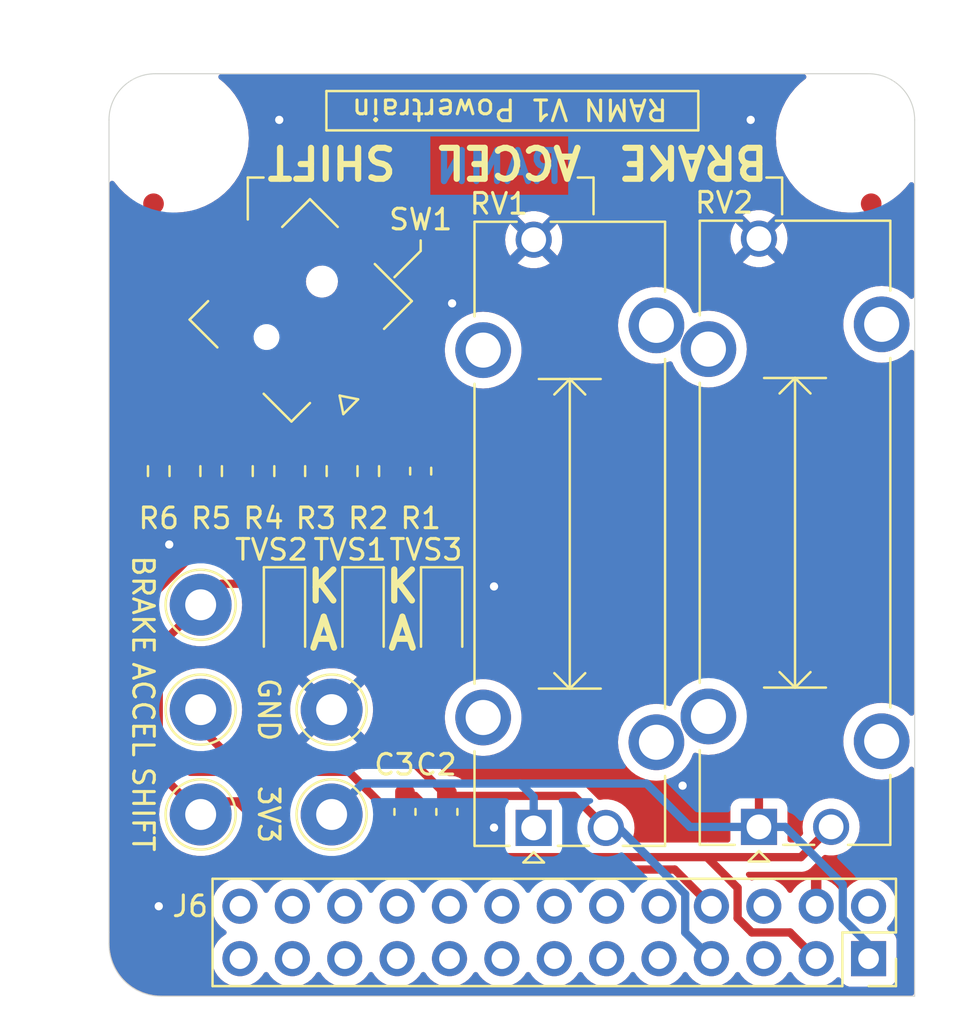
<source format=kicad_pcb>
(kicad_pcb (version 20221018) (generator pcbnew)
  (layers (0 "F.Cu" signal) (31 "B.Cu" signal) (34 "B.Paste" user) (35 "F.Paste" user) (36 "B.SilkS" user "B.Silkscreen") (37 "F.SilkS" user "F.Silkscreen") (38 "B.Mask" user) (39 "F.Mask" user) (44 "Edge.Cuts" user))
  (net 0 "")
  (net 1 "GND")
  (net 2 "/3V3_ECU")
  (net 3 "Accel")
  (net 4 "Brake")
  (net 5 "JOYSTICK")
  (net 6 "Net-(R2-Pad2)")
  (net 7 "Net-(R3-Pad2)")
  (net 8 "Net-(R4-Pad2)")
  (net 9 "Net-(R5-Pad2)")
  (net 10 "+5V")
  (net 11 "Net-(J6-Pad26)")
  (net 12 "Net-(J6-Pad25)")
  (net 13 "Net-(J6-Pad24)")
  (net 14 "Net-(J6-Pad23)")
  (net 15 "Net-(J6-Pad22)")
  (net 16 "Net-(J6-Pad21)")
  (net 17 "Net-(J6-Pad20)")
  (net 18 "Net-(J6-Pad19)")
  (net 19 "Net-(J6-Pad18)")
  (net 20 "Net-(J6-Pad17)")
  (net 21 "Net-(J6-Pad16)")
  (net 22 "Net-(J6-Pad15)")
  (net 23 "Net-(J6-Pad14)")
  (net 24 "Net-(J6-Pad13)")
  (net 25 "Net-(J6-Pad12)")
  (net 26 "Net-(J6-Pad11)")
  (net 27 "Net-(J6-Pad10)")
  (net 28 "Net-(J6-Pad9)")
  (net 29 "Net-(J6-Pad6)")
  (net 30 "Net-(J6-Pad5)")
  (footprint "Potentiometer_THT:Potentiometer_Bourns_PTA1543_Single_Slide" (layer "F.Cu") (at 63.9 57.116 90)
    (fp_text reference "RV2" (at 30.242 -1.688 180) (layer "F.SilkS"))
    (fp_text value "R_POT_TRIM_US")
    (fp_line (start -1.675 -0.5) (end -1.675 0.5) (stroke (width 0.12)) (layer "F.SilkS"))
    (fp_line (start -1.675 0.5) (end -1.175 0) (stroke (width 0.12)) (layer "F.SilkS"))
    (fp_line (start -1.175 0) (end -1.675 -0.5) (stroke (width 0.12)) (layer "F.SilkS"))
    (fp_line (start -0.87 -2.87) (end -0.87 -1.175) (stroke (width 0.12)) (layer "F.SilkS"))
    (fp_line (start -0.87 -2.87) (end 3.715 -2.87) (stroke (width 0.12)) (layer "F.SilkS"))
    (fp_line (start -0.87 1.175) (end -0.87 2.678) (stroke (width 0.12)) (layer "F.SilkS"))
    (fp_line (start -0.87 4.323) (end -0.87 6.37) (stroke (width 0.12)) (layer "F.SilkS"))
    (fp_line (start -0.87 6.37) (end 2.515 6.37) (stroke (width 0.12)) (layer "F.SilkS"))
    (fp_line (start 5.786 6.37) (end 22.715 6.37) (stroke (width 0.12)) (layer "F.SilkS"))
    (fp_line (start 6.75 0.25) (end 6.75 3.25) (stroke (width 0.12)) (layer "F.SilkS"))
    (fp_line (start 6.75 1.75) (end 7.5 2.5) (stroke (width 0.12)) (layer "F.SilkS"))
    (fp_line (start 6.75 1.75) (end 21.75 1.75) (stroke (width 0.12)) (layer "F.SilkS"))
    (fp_line (start 6.986 -2.87) (end 21.515 -2.87) (stroke (width 0.12)) (layer "F.SilkS"))
    (fp_line (start 7.5 1) (end 6.75 1.75) (stroke (width 0.12)) (layer "F.SilkS"))
    (fp_line (start 21 1) (end 21.75 1.75) (stroke (width 0.12)) (layer "F.SilkS"))
    (fp_line (start 21.75 0.25) (end 21.75 3.25) (stroke (width 0.12)) (layer "F.SilkS"))
    (fp_line (start 21.75 1.75) (end 21 2.5) (stroke (width 0.12)) (layer "F.SilkS"))
    (fp_line (start 24.786 -2.87) (end 29.37 -2.87) (stroke (width 0.12)) (layer "F.SilkS"))
    (fp_line (start 25.986 6.37) (end 29.37 6.37) (stroke (width 0.12)) (layer "F.SilkS"))
    (fp_line (start 29.37 -2.87) (end 29.37 -0.823) (stroke (width 0.12)) (layer "F.SilkS"))
    (fp_line (start 29.37 0.823) (end 29.37 6.37) (stroke (width 0.12)) (layer "F.SilkS"))
    (pad "1" thru_hole rect (at 0 0 90) (size 1.75 1.75) (drill 1.2) (layers "*.Cu" "*.Mask") (net 2 "/3V3_ECU"))
    (pad "2" thru_hole circle (at 0 3.5 90) (size 1.75 1.75) (drill 1.2) (layers "*.Cu" "*.Mask") (net 4 "Brake"))
    (pad "3" thru_hole circle (at 28.5 0 90) (size 1.75 1.75) (drill 1.2) (layers "*.Cu" "*.Mask") (net 1 "GND"))
    (pad "MP" thru_hole circle (at 4.15 5.95 90) (size 2.7 2.7) (drill 1.7) (layers "*.Cu" "*.Mask"))
    (pad "MP" thru_hole circle (at 5.35 -2.45 90) (size 2.7 2.7) (drill 1.7) (layers "*.Cu" "*.Mask"))
    (pad "MP" thru_hole circle (at 23.15 -2.45 90) (size 2.7 2.7) (drill 1.7) (layers "*.Cu" "*.Mask"))
    (pad "MP" thru_hole circle (at 24.35 5.95 90) (size 2.7 2.7) (drill 1.7) (layers "*.Cu" "*.Mask"))
  )
  (footprint "TestPoint:TestPoint_Loop_D2.54mm_Drill1.5mm_Beaded" (layer "F.Cu") (at 43.18 56.515 -90)
    (fp_text reference "3V3" (at 0 3.048 270 unlocked) (layer "F.SilkS"))
    (fp_text value "TestPoint")
    (fp_circle (center 0 0) (end 1.7 0) (stroke (width 0.12)) (fill none) (layer "F.SilkS"))
    (pad "1" thru_hole circle (at 0 0 270) (size 3 3) (drill 1.5) (layers "*.Cu" "*.Mask") (net 2 "/3V3_ECU"))
  )
  (footprint "TestPoint:TestPoint_Loop_D2.54mm_Drill1.5mm_Beaded" (layer "F.Cu") (at 36.83 51.435 -90)
    (fp_text reference "ACCEL" (at 0 2.794 270 unlocked) (layer "F.SilkS"))
    (fp_text value "TestPoint")
    (fp_circle (center 0 0) (end 1.7 0) (stroke (width 0.12)) (fill none) (layer "F.SilkS"))
    (pad "1" thru_hole circle (at 0 0 270) (size 3 3) (drill 1.5) (layers "*.Cu" "*.Mask") (net 3 "Accel"))
  )
  (footprint "TestPoint:TestPoint_Loop_D2.54mm_Drill1.5mm_Beaded" (layer "F.Cu") (at 36.83 56.515 -90)
    (fp_text reference "SHIFT" (at -0.254 2.794 270 unlocked) (layer "F.SilkS"))
    (fp_text value "TestPoint")
    (fp_circle (center 0 0) (end 1.7 0) (stroke (width 0.12)) (fill none) (layer "F.SilkS"))
    (pad "1" thru_hole circle (at 0 0 270) (size 3 3) (drill 1.5) (layers "*.Cu" "*.Mask") (net 5 "JOYSTICK"))
  )
  (footprint "TestPoint:TestPoint_Loop_D2.54mm_Drill1.5mm_Beaded" (layer "F.Cu") (at 36.83 46.355 -90)
    (fp_text reference "BRAKE" (at 0 2.794 270 unlocked) (layer "F.SilkS"))
    (fp_text value "TestPoint")
    (fp_circle (center 0 0) (end 1.7 0) (stroke (width 0.12)) (fill none) (layer "F.SilkS"))
    (pad "1" thru_hole circle (at 0 0 270) (size 3 3) (drill 1.5) (layers "*.Cu" "*.Mask") (net 4 "Brake"))
  )
  (footprint "Resistor_SMD:R_0603_1608Metric" (layer "F.Cu") (at 37.338 39.878 90)
    (fp_text reference "R5" (at -2.286 0 180) (layer "F.SilkS"))
    (fp_text value "10k")
    (fp_line (start -0.237258 -0.5225) (end 0.237258 -0.5225) (stroke (width 0.12)) (layer "F.SilkS"))
    (fp_line (start -0.237258 0.5225) (end 0.237258 0.5225) (stroke (width 0.12)) (layer "F.SilkS"))
    (pad "1" smd roundrect (at -0.825 0 90) (size 0.8 0.95) (layers "F.Cu" "F.Paste" "F.Mask") (net 8 "Net-(R4-Pad2)"))
    (pad "2" smd roundrect (at 0.825 0 90) (size 0.8 0.95) (layers "F.Cu" "F.Paste" "F.Mask") (net 9 "Net-(R5-Pad2)"))
  )
  (footprint "Resistor_SMD:R_0603_1608Metric" (layer "F.Cu") (at 44.958 39.878 -90)
    (fp_text reference "R2" (at 2.286 0) (layer "F.SilkS"))
    (fp_text value "10k")
    (fp_line (start -0.237258 -0.5225) (end 0.237258 -0.5225) (stroke (width 0.12)) (layer "F.SilkS"))
    (fp_line (start -0.237258 0.5225) (end 0.237258 0.5225) (stroke (width 0.12)) (layer "F.SilkS"))
    (pad "1" smd roundrect (at -0.825 0 270) (size 0.8 0.95) (layers "F.Cu" "F.Paste" "F.Mask") (net 5 "JOYSTICK"))
    (pad "2" smd roundrect (at 0.825 0 270) (size 0.8 0.95) (layers "F.Cu" "F.Paste" "F.Mask") (net 6 "Net-(R2-Pad2)"))
  )
  (footprint "Resistor_SMD:R_0603_1608Metric" (layer "F.Cu") (at 34.798 39.878 -90)
    (fp_text reference "R6" (at 2.286 0) (layer "F.SilkS"))
    (fp_text value "10k")
    (fp_line (start -0.237258 -0.5225) (end 0.237258 -0.5225) (stroke (width 0.12)) (layer "F.SilkS"))
    (fp_line (start -0.237258 0.5225) (end 0.237258 0.5225) (stroke (width 0.12)) (layer "F.SilkS"))
    (pad "1" smd roundrect (at -0.825 0 270) (size 0.8 0.95) (layers "F.Cu" "F.Paste" "F.Mask") (net 9 "Net-(R5-Pad2)"))
    (pad "2" smd roundrect (at 0.825 0 270) (size 0.8 0.95) (layers "F.Cu" "F.Paste" "F.Mask") (net 1 "GND"))
  )
  (footprint "Resistor_SMD:R_0603_1608Metric" (layer "F.Cu") (at 39.878 39.878 90)
    (fp_text reference "R4" (at -2.286 0 180) (layer "F.SilkS"))
    (fp_text value "10k")
    (fp_line (start -0.237258 -0.5225) (end 0.237258 -0.5225) (stroke (width 0.12)) (layer "F.SilkS"))
    (fp_line (start -0.237258 0.5225) (end 0.237258 0.5225) (stroke (width 0.12)) (layer "F.SilkS"))
    (pad "1" smd roundrect (at -0.825 0 90) (size 0.8 0.95) (layers "F.Cu" "F.Paste" "F.Mask") (net 7 "Net-(R3-Pad2)"))
    (pad "2" smd roundrect (at 0.825 0 90) (size 0.8 0.95) (layers "F.Cu" "F.Paste" "F.Mask") (net 8 "Net-(R4-Pad2)"))
  )
  (footprint "Resistor_SMD:R_0603_1608Metric" (layer "F.Cu") (at 42.418 39.878 -90)
    (fp_text reference "R3" (at 2.286 0) (layer "F.SilkS"))
    (fp_text value "10k")
    (fp_line (start -0.237258 -0.5225) (end 0.237258 -0.5225) (stroke (width 0.12)) (layer "F.SilkS"))
    (fp_line (start -0.237258 0.5225) (end 0.237258 0.5225) (stroke (width 0.12)) (layer "F.SilkS"))
    (pad "1" smd roundrect (at -0.825 0 270) (size 0.8 0.95) (layers "F.Cu" "F.Paste" "F.Mask") (net 6 "Net-(R2-Pad2)"))
    (pad "2" smd roundrect (at 0.825 0 270) (size 0.8 0.95) (layers "F.Cu" "F.Paste" "F.Mask") (net 7 "Net-(R3-Pad2)"))
  )
  (footprint "Potentiometer_THT:Potentiometer_Bourns_PTA1543_Single_Slide" (layer "F.Cu") (at 52.978 57.166 90)
    (fp_text reference "RV1" (at 30.242 -1.688) (layer "F.SilkS"))
    (fp_text value "R_POT_TRIM_US")
    (fp_line (start -1.675 -0.5) (end -1.675 0.5) (stroke (width 0.12)) (layer "F.SilkS"))
    (fp_line (start -1.675 0.5) (end -1.175 0) (stroke (width 0.12)) (layer "F.SilkS"))
    (fp_line (start -1.175 0) (end -1.675 -0.5) (stroke (width 0.12)) (layer "F.SilkS"))
    (fp_line (start -0.87 -2.87) (end -0.87 -1.175) (stroke (width 0.12)) (layer "F.SilkS"))
    (fp_line (start -0.87 -2.87) (end 3.715 -2.87) (stroke (width 0.12)) (layer "F.SilkS"))
    (fp_line (start -0.87 1.175) (end -0.87 2.678) (stroke (width 0.12)) (layer "F.SilkS"))
    (fp_line (start -0.87 4.323) (end -0.87 6.37) (stroke (width 0.12)) (layer "F.SilkS"))
    (fp_line (start -0.87 6.37) (end 2.515 6.37) (stroke (width 0.12)) (layer "F.SilkS"))
    (fp_line (start 5.786 6.37) (end 22.715 6.37) (stroke (width 0.12)) (layer "F.SilkS"))
    (fp_line (start 6.75 0.25) (end 6.75 3.25) (stroke (width 0.12)) (layer "F.SilkS"))
    (fp_line (start 6.75 1.75) (end 7.5 2.5) (stroke (width 0.12)) (layer "F.SilkS"))
    (fp_line (start 6.75 1.75) (end 21.75 1.75) (stroke (width 0.12)) (layer "F.SilkS"))
    (fp_line (start 6.986 -2.87) (end 21.515 -2.87) (stroke (width 0.12)) (layer "F.SilkS"))
    (fp_line (start 7.5 1) (end 6.75 1.75) (stroke (width 0.12)) (layer "F.SilkS"))
    (fp_line (start 21 1) (end 21.75 1.75) (stroke (width 0.12)) (layer "F.SilkS"))
    (fp_line (start 21.75 0.25) (end 21.75 3.25) (stroke (width 0.12)) (layer "F.SilkS"))
    (fp_line (start 21.75 1.75) (end 21 2.5) (stroke (width 0.12)) (layer "F.SilkS"))
    (fp_line (start 24.786 -2.87) (end 29.37 -2.87) (stroke (width 0.12)) (layer "F.SilkS"))
    (fp_line (start 25.986 6.37) (end 29.37 6.37) (stroke (width 0.12)) (layer "F.SilkS"))
    (fp_line (start 29.37 -2.87) (end 29.37 -0.823) (stroke (width 0.12)) (layer "F.SilkS"))
    (fp_line (start 29.37 0.823) (end 29.37 6.37) (stroke (width 0.12)) (layer "F.SilkS"))
    (pad "1" thru_hole rect (at 0 0 90) (size 1.75 1.75) (drill 1.2) (layers "*.Cu" "*.Mask") (net 2 "/3V3_ECU"))
    (pad "2" thru_hole circle (at 0 3.5 90) (size 1.75 1.75) (drill 1.2) (layers "*.Cu" "*.Mask") (net 3 "Accel"))
    (pad "3" thru_hole circle (at 28.5 0 90) (size 1.75 1.75) (drill 1.2) (layers "*.Cu" "*.Mask") (net 1 "GND"))
    (pad "MP" thru_hole circle (at 4.15 5.95 90) (size 2.7 2.7) (drill 1.7) (layers "*.Cu" "*.Mask"))
    (pad "MP" thru_hole circle (at 5.35 -2.45 90) (size 2.7 2.7) (drill 1.7) (layers "*.Cu" "*.Mask"))
    (pad "MP" thru_hole circle (at 23.15 -2.45 90) (size 2.7 2.7) (drill 1.7) (layers "*.Cu" "*.Mask"))
    (pad "MP" thru_hole circle (at 24.35 5.95 90) (size 2.7 2.7) (drill 1.7) (layers "*.Cu" "*.Mask"))
  )
  (footprint "TestPoint:TestPoint_Loop_D2.54mm_Drill1.5mm_Beaded" (layer "F.Cu") (at 43.18 51.435 -90)
    (fp_text reference "GND" (at 0 3.048 270 unlocked) (layer "F.SilkS"))
    (fp_text value "TestPoint")
    (fp_circle (center 0 0) (end 1.7 0) (stroke (width 0.12)) (fill none) (layer "F.SilkS"))
    (pad "1" thru_hole circle (at 0 0 270) (size 3 3) (drill 1.5) (layers "*.Cu" "*.Mask") (net 1 "GND"))
  )
  (footprint "Capacitor_SMD:C_0603_1608Metric" (layer "F.Cu") (at 46.736 56.388 90)
    (fp_text reference "C3" (at 2.286 -0.508 180) (layer "F.SilkS"))
    (fp_text value "100nF")
    (fp_line (start -0.14058 -0.51) (end 0.14058 -0.51) (stroke (width 0.12)) (layer "F.SilkS"))
    (fp_line (start -0.14058 0.51) (end 0.14058 0.51) (stroke (width 0.12)) (layer "F.SilkS"))
    (pad "1" smd roundrect (at -0.775 0 90) (size 0.9 0.95) (layers "F.Cu" "F.Paste" "F.Mask") (net 4 "Brake"))
    (pad "2" smd roundrect (at 0.775 0 90) (size 0.9 0.95) (layers "F.Cu" "F.Paste" "F.Mask") (net 1 "GND"))
  )
  (footprint "MountingHole:MountingHole_3.2mm_M3_ISO7380" (layer "F.Cu") (at 35.56 23.749)
    (fp_text reference "H1" hide)
    (fp_text value "MountingHole")
    (pad "" np_thru_hole circle (at 0 0) (size 3.2 3.2) (drill 3.2) (layers "*.Cu" "*.Mask") (clearance 2))
  )
  (footprint "MountingHole:MountingHole_3.2mm_M3_ISO7380" (layer "F.Cu") (at 68.326 23.749)
    (fp_text reference "H2" hide)
    (fp_text value "MountingHole")
    (pad "" np_thru_hole circle (at 0 0) (size 3.2 3.2) (drill 3.2) (layers "*.Cu" "*.Mask") (clearance 2))
  )
  (footprint "Connector_PinSocket_2.54mm:PinSocket_2x13_P2.54mm_Vertical" (layer "F.Cu") (at 69.215 63.5 -90)
    (fp_text reference "J6" (at -2.54 32.893 180) (layer "F.SilkS"))
    (fp_text value " ")
    (fp_line (start -3.87 -1.33) (end -3.87 31.81) (stroke (width 0.12)) (layer "F.SilkS"))
    (fp_line (start -3.87 -1.33) (end -1.27 -1.33) (stroke (width 0.12)) (layer "F.SilkS"))
    (fp_line (start -3.87 31.81) (end 1.33 31.81) (stroke (width 0.12)) (layer "F.SilkS"))
    (fp_line (start -1.27 -1.33) (end -1.27 1.27) (stroke (width 0.12)) (layer "F.SilkS"))
    (fp_line (start -1.27 1.27) (end 1.33 1.27) (stroke (width 0.12)) (layer "F.SilkS"))
    (fp_line (start 0 -1.33) (end 1.33 -1.33) (stroke (width 0.12)) (layer "F.SilkS"))
    (fp_line (start 1.33 -1.33) (end 1.33 0) (stroke (width 0.12)) (layer "F.SilkS"))
    (fp_line (start 1.33 1.27) (end 1.33 31.81) (stroke (width 0.12)) (layer "F.SilkS"))
    (pad "1" thru_hole rect (at 0 0 270) (size 1.7 1.7) (drill 1) (layers "*.Cu" "*.Mask") (net 2 "/3V3_ECU"))
    (pad "2" thru_hole oval (at -2.54 0 270) (size 1.7 1.7) (drill 1) (layers "*.Cu" "*.Mask") (net 10 "+5V"))
    (pad "3" thru_hole oval (at 0 2.54 270) (size 1.7 1.7) (drill 1) (layers "*.Cu" "*.Mask") (net 4 "Brake"))
    (pad "4" thru_hole oval (at -2.54 2.54 270) (size 1.7 1.7) (drill 1) (layers "*.Cu" "*.Mask") (net 1 "GND"))
    (pad "5" thru_hole oval (at 0 5.08 270) (size 1.7 1.7) (drill 1) (layers "*.Cu" "*.Mask") (net 30 "Net-(J6-Pad5)"))
    (pad "6" thru_hole oval (at -2.54 5.08 270) (size 1.7 1.7) (drill 1) (layers "*.Cu" "*.Mask") (net 29 "Net-(J6-Pad6)"))
    (pad "7" thru_hole oval (at 0 7.62 270) (size 1.7 1.7) (drill 1) (layers "*.Cu" "*.Mask") (net 3 "Accel"))
    (pad "8" thru_hole oval (at -2.54 7.62 270) (size 1.7 1.7) (drill 1) (layers "*.Cu" "*.Mask") (net 5 "JOYSTICK"))
    (pad "9" thru_hole oval (at 0 10.16 270) (size 1.7 1.7) (drill 1) (layers "*.Cu" "*.Mask") (net 28 "Net-(J6-Pad9)"))
    (pad "10" thru_hole oval (at -2.54 10.16 270) (size 1.7 1.7) (drill 1) (layers "*.Cu" "*.Mask") (net 27 "Net-(J6-Pad10)"))
    (pad "11" thru_hole oval (at 0 12.7 270) (size 1.7 1.7) (drill 1) (layers "*.Cu" "*.Mask") (net 26 "Net-(J6-Pad11)"))
    (pad "12" thru_hole oval (at -2.54 12.7 270) (size 1.7 1.7) (drill 1) (layers "*.Cu" "*.Mask") (net 25 "Net-(J6-Pad12)"))
    (pad "13" thru_hole oval (at 0 15.24 270) (size 1.7 1.7) (drill 1) (layers "*.Cu" "*.Mask") (net 24 "Net-(J6-Pad13)"))
    (pad "14" thru_hole oval (at -2.54 15.24 270) (size 1.7 1.7) (drill 1) (layers "*.Cu" "*.Mask") (net 23 "Net-(J6-Pad14)"))
    (pad "15" thru_hole oval (at 0 17.78 270) (size 1.7 1.7) (drill 1) (layers "*.Cu" "*.Mask") (net 22 "Net-(J6-Pad15)"))
    (pad "16" thru_hole oval (at -2.54 17.78 270) (size 1.7 1.7) (drill 1) (layers "*.Cu" "*.Mask") (net 21 "Net-(J6-Pad16)"))
    (pad "17" thru_hole oval (at 0 20.32 270) (size 1.7 1.7) (drill 1) (layers "*.Cu" "*.Mask") (net 20 "Net-(J6-Pad17)"))
    (pad "18" thru_hole oval (at -2.54 20.32 270) (size 1.7 1.7) (drill 1) (layers "*.Cu" "*.Mask") (net 19 "Net-(J6-Pad18)"))
    (pad "19" thru_hole oval (at 0 22.86 270) (size 1.7 1.7) (drill 1) (layers "*.Cu" "*.Mask") (net 18 "Net-(J6-Pad19)"))
    (pad "20" thru_hole oval (at -2.54 22.86 270) (size 1.7 1.7) (drill 1) (layers "*.Cu" "*.Mask") (net 17 "Net-(J6-Pad20)"))
    (pad "21" thru_hole oval (at 0 25.4 270) (size 1.7 1.7) (drill 1) (layers "*.Cu" "*.Mask") (net 16 "Net-(J6-Pad21)"))
    (pad "22" thru_hole oval (at -2.54 25.4 270) (size 1.7 1.7) (drill 1) (layers "*.Cu" "*.Mask") (net 15 "Net-(J6-Pad22)"))
    (pad "23" thru_hole oval (at 0 27.94 270) (size 1.7 1.7) (drill 1) (layers "*.Cu" "*.Mask") (net 14 "Net-(J6-Pad23)"))
    (pad "24" thru_hole oval (at -2.54 27.94 270) (size 1.7 1.7) (drill 1) (layers "*.Cu" "*.Mask") (net 13 "Net-(J6-Pad24)"))
    (pad "25" thru_hole oval (at 0 30.48 270) (size 1.7 1.7) (drill 1) (layers "*.Cu" "*.Mask") (net 12 "Net-(J6-Pad25)"))
    (pad "26" thru_hole oval (at -2.54 30.48 270) (size 1.7 1.7) (drill 1) (layers "*.Cu" "*.Mask") (net 11 "Net-(J6-Pad26)"))
  )
  (footprint "Capacitor_SMD:C_0603_1608Metric" (layer "F.Cu") (at 48.768 56.388 -90)
    (fp_text reference "C2" (at -2.286 0.508 180) (layer "F.SilkS"))
    (fp_text value "100nF")
    (fp_line (start -0.14058 -0.51) (end 0.14058 -0.51) (stroke (width 0.12)) (layer "F.SilkS"))
    (fp_line (start -0.14058 0.51) (end 0.14058 0.51) (stroke (width 0.12)) (layer "F.SilkS"))
    (pad "1" smd roundrect (at -0.775 0 270) (size 0.9 0.95) (layers "F.Cu" "F.Paste" "F.Mask") (net 3 "Accel"))
    (pad "2" smd roundrect (at 0.775 0 270) (size 0.9 0.95) (layers "F.Cu" "F.Paste" "F.Mask") (net 1 "GND"))
  )
  (footprint "Resistor_SMD:R_0603_1608Metric" (layer "F.Cu") (at 47.498 39.878 90)
    (fp_text reference "R1" (at -2.286 0) (layer "F.SilkS"))
    (fp_text value "10k")
    (fp_line (start -0.162779 -0.51) (end 0.162779 -0.51) (stroke (width 0.12)) (layer "F.SilkS"))
    (fp_line (start -0.162779 0.51) (end 0.162779 0.51) (stroke (width 0.12)) (layer "F.SilkS"))
    (pad "1" smd roundrect (at -0.7875 0 90) (size 0.875 0.95) (layers "F.Cu" "F.Paste" "F.Mask") (net 2 "/3V3_ECU"))
    (pad "2" smd roundrect (at 0.7875 0 90) (size 0.875 0.95) (layers "F.Cu" "F.Paste" "F.Mask") (net 5 "JOYSTICK"))
  )
  (footprint "Diode_SMD:D_SOD-123F" (layer "F.Cu") (at 44.704 46.736 -90)
    (fp_text reference "TVS1" (at -3.048 0.635 180) (layer "F.SilkS"))
    (fp_text value "D_TVS")
    (fp_line (start -2.2 -1) (end -2.2 1) (stroke (width 0.12)) (layer "F.SilkS"))
    (fp_line (start -2.2 -1) (end 1.65 -1) (stroke (width 0.12)) (layer "F.SilkS"))
    (fp_line (start -2.2 1) (end 1.65 1) (stroke (width 0.12)) (layer "F.SilkS"))
    (pad "1" smd rect (at -1.4 0 270) (size 1.1 1.1) (layers "F.Cu" "F.Paste" "F.Mask") (net 3 "Accel"))
    (pad "2" smd rect (at 1.4 0 270) (size 1.1 1.1) (layers "F.Cu" "F.Paste" "F.Mask") (net 1 "GND"))
  )
  (footprint "Diode_SMD:D_SOD-123F" (layer "F.Cu") (at 40.894 46.736 -90)
    (fp_text reference "TVS2" (at -3.048 0.635 180) (layer "F.SilkS"))
    (fp_text value "D_TVS")
    (fp_line (start -2.2 -1) (end -2.2 1) (stroke (width 0.12)) (layer "F.SilkS"))
    (fp_line (start -2.2 -1) (end 1.65 -1) (stroke (width 0.12)) (layer "F.SilkS"))
    (fp_line (start -2.2 1) (end 1.65 1) (stroke (width 0.12)) (layer "F.SilkS"))
    (pad "1" smd rect (at -1.4 0 270) (size 1.1 1.1) (layers "F.Cu" "F.Paste" "F.Mask") (net 4 "Brake"))
    (pad "2" smd rect (at 1.4 0 270) (size 1.1 1.1) (layers "F.Cu" "F.Paste" "F.Mask") (net 1 "GND"))
  )
  (footprint "Diode_SMD:D_SOD-123F" (layer "F.Cu") (at 48.514 46.736 -90)
    (fp_text reference "TVS3" (at -3.048 0.762 180) (layer "F.SilkS"))
    (fp_text value "D_TVS")
    (fp_line (start -2.2 -1) (end -2.2 1) (stroke (width 0.12)) (layer "F.SilkS"))
    (fp_line (start -2.2 -1) (end 1.65 -1) (stroke (width 0.12)) (layer "F.SilkS"))
    (fp_line (start -2.2 1) (end 1.65 1) (stroke (width 0.12)) (layer "F.SilkS"))
    (pad "1" smd rect (at -1.4 0 270) (size 1.1 1.1) (layers "F.Cu" "F.Paste" "F.Mask") (net 5 "JOYSTICK"))
    (pad "2" smd rect (at 1.4 0 270) (size 1.1 1.1) (layers "F.Cu" "F.Paste" "F.Mask") (net 1 "GND"))
  )
  (footprint "custom:SKRHADE010" (layer "F.Cu") (at 41.402 32.004 135)
    (fp_text reference "SW1" (at -1.257236 7.36381 180) (layer "F.SilkS"))
    (fp_text value "SKRHADE010" hide)
    (fp_line (start -5.274 -1.958) (end -4.512 -1.45) (stroke (width 0.12)) (layer "F.SilkS"))
    (fp_line (start -5.274 -1.196) (end -5.274 -1.958) (stroke (width 0.12)) (layer "F.SilkS"))
    (fp_line (start -5.274 -0.942) (end -5.274 -1.196) (stroke (width 0.12)) (layer "F.SilkS"))
    (fp_line (start -4.512 -1.45) (end -5.274 -0.942) (stroke (width 0.12)) (layer "F.SilkS"))
    (fp_line (start -3.75 -3.99) (end -3.75 -2.72) (stroke (width 0.12)) (layer "F.SilkS"))
    (fp_line (start -3.75 2.36) (end -3.75 4.265) (stroke (width 0.12)) (layer "F.SilkS"))
    (fp_line (start -3.75 4.265) (end -1.21 4.265) (stroke (width 0.12)) (layer "F.SilkS"))
    (fp_line (start -1.845 -3.99) (end -3.75 -3.99) (stroke (width 0.12)) (layer "F.SilkS"))
    (fp_line (start 1.33 4.265) (end 3.235 4.265) (stroke (width 0.12)) (layer "F.SilkS"))
    (fp_line (start 3.235 -3.99) (end 1.33 -3.99) (stroke (width 0.12)) (layer "F.SilkS"))
    (fp_line (start 3.235 -2.72) (end 3.235 -3.99) (stroke (width 0.12)) (layer "F.SilkS"))
    (fp_line (start 3.235 4.265) (end 3.235 2.36) (stroke (width 0.12)) (layer "F.SilkS"))
    (pad "" smd rect (at 0 -4.1 135) (size 2 1.8) (layers "F.Cu" "F.Paste" "F.Mask"))
    (pad "" np_thru_hole circle (at 0 -1.95 135) (size 0.75 0.75) (drill 0.75) (layers "*.Cu" "*.Mask"))
    (pad "" np_thru_hole circle (at 0 1.85 135) (size 1.05 1.05) (drill 1.05) (layers "*.Cu" "*.Mask"))
    (pad "" smd rect (at 0 4 135) (size 2 1.8) (layers "F.Cu" "F.Paste" "F.Mask"))
    (pad "1" smd rect (at -3.75 -1.45 135) (size 1.35 1) (layers "F.Cu" "F.Paste" "F.Mask") (net 5 "JOYSTICK"))
    (pad "2" smd rect (at -3.75 -0.025 135) (size 1.35 1) (layers "F.Cu" "F.Paste" "F.Mask") (net 6 "Net-(R2-Pad2)"))
    (pad "3" smd rect (at -3.75 1.4 135) (size 1.35 1) (layers "F.Cu" "F.Paste" "F.Mask") (net 7 "Net-(R3-Pad2)"))
    (pad "4" smd rect (at 3.4 -1.45 135) (size 1.35 1) (layers "F.Cu" "F.Paste" "F.Mask") (net 8 "Net-(R4-Pad2)"))
    (pad "5" smd rect (at 3.4 -0.025 135) (size 1.35 1) (layers "F.Cu" "F.Paste" "F.Mask") (net 1 "GND"))
    (pad "6" smd rect (at 3.4 1.4 135) (size 1.35 1) (layers "F.Cu" "F.Paste" "F.Mask") (net 9 "Net-(R5-Pad2)"))
  )
  (footprint "Fiducial:Fiducial_1mm_Mask2mm" (layer "F.Cu") (at 34.798 63.246)
    (fp_text reference "FID1" hide)
    (fp_text value "Fiducial")
    (pad "" smd circle (at 0 0) (size 1 1) (layers "F.Cu" "F.Mask") (clearance 0.5))
  )
  (footprint "Fiducial:Fiducial_1mm_Mask2mm" (layer "F.Cu") (at 34.798 26.924)
    (fp_text reference "FID2" hide)
    (fp_text value "Fiducial")
    (pad "" smd circle (at -0.254 0) (size 1 1) (layers "F.Cu" "F.Mask") (clearance 0.5))
  )
  (footprint "Fiducial:Fiducial_1mm_Mask2mm" (layer "F.Cu") (at 69.342 26.924)
    (fp_text reference "FID3" hide)
    (fp_text value "Fiducial")
    (pad "" smd circle (at 0 0) (size 1 1) (layers "F.Cu" "F.Mask") (clearance 0.5))
  )
  (gr_line (start 60.96 21.463) (end 42.926 21.463) (stroke (width 0.12)) (layer "F.SilkS"))
  (gr_line (start 47.498 29.21) (end 47.498 28.702) (stroke (width 0.12)) (layer "F.SilkS"))
  (gr_line (start 55.88 25.654) (end 55.88 27.432) (stroke (width 0.12)) (layer "F.SilkS"))
  (gr_line (start 64.262 25.654) (end 65.024 25.654) (stroke (width 0.12)) (layer "F.SilkS"))
  (gr_line (start 39.116 25.654) (end 39.116 27.686) (stroke (width 0.12)) (layer "F.SilkS"))
  (gr_line (start 55.118 25.654) (end 55.88 25.654) (stroke (width 0.12)) (layer "F.SilkS"))
  (gr_line (start 60.96 23.368) (end 60.96 21.463) (stroke (width 0.12)) (layer "F.SilkS"))
  (gr_line (start 46.228 30.48) (end 47.498 29.21) (stroke (width 0.12)) (layer "F.SilkS"))
  (gr_line (start 42.926 23.368) (end 60.96 23.368) (stroke (width 0.12)) (layer "F.SilkS"))
  (gr_line (start 42.926 23.368) (end 42.926 21.463) (stroke (width 0.12)) (layer "F.SilkS"))
  (gr_line (start 39.878 25.654) (end 39.116 25.654) (stroke (width 0.12)) (layer "F.SilkS"))
  (gr_line (start 65.024 25.654) (end 65.024 27.432) (stroke (width 0.12)) (layer "F.SilkS"))
  (gr_line (start 34.62 20.625) (end 69.215 20.625) (stroke (width 0.05)) (layer "Edge.Cuts"))
  (gr_line (start 71.45 22.86) (end 71.45 65.32) (stroke (width 0.05)) (layer "Edge.Cuts"))
  (gr_line (start 32.385 22.86) (end 32.385 62.23) (stroke (width 0.05)) (layer "Edge.Cuts"))
  (gr_arc (start 32.385 22.86) (mid 33.039616 21.279616) (end 34.62 20.625) (stroke (width 0.05)) (layer "Edge.Cuts"))
  (gr_arc (start 34.925 65.32) (mid 33.128949 64.576051) (end 32.385 62.78) (stroke (width 0.05)) (layer "Edge.Cuts"))
  (gr_line (start 34.925 65.32) (end 71.45 65.32) (stroke (width 0.05)) (layer "Edge.Cuts"))
  (gr_arc (start 69.215 20.625) (mid 70.795384 21.279616) (end 71.45 22.86) (stroke (width 0.05)) (layer "Edge.Cuts"))
  (gr_line (start 32.385 62.23) (end 32.385 62.78) (stroke (width 0.05)) (layer "Edge.Cuts"))
  (gr_text "RAMN" (at 51.308 25.146) (layer "B.Cu") (effects (font (size 1.5 1.5) (thickness 0.3)) (justify mirror)))
  (gr_text "SHIFT" (at 43.18 24.892 180) (layer "F.SilkS") (effects (font (size 1.5 1.5) (thickness 0.3))))
  (gr_text "ACCEL" (at 51.816 24.892 180) (layer "F.SilkS") (effects (font (size 1.5 1.5) (thickness 0.3))))
  (gr_text "BRAKE" (at 60.706 24.892 180) (layer "F.SilkS") (effects (font (size 1.5 1.5) (thickness 0.3))))
  (gr_text "K" (at 46.609 45.466) (layer "F.SilkS") (effects (font (size 1.5 1.5) (thickness 0.3))))
  (gr_text "A" (at 42.799 47.752) (layer "F.SilkS") (effects (font (size 1.5 1.5) (thickness 0.3))))
  (gr_text "A" (at 46.609 47.752) (layer "F.SilkS") (effects (font (size 1.5 1.5) (thickness 0.3))))
  (gr_text "K" (at 42.799 45.466) (layer "F.SilkS") (effects (font (size 1.5 1.5) (thickness 0.3))))
  (gr_text "RAMN V1 Powertrain" (at 51.816 22.352 180) (layer "F.SilkS") (effects (font (size 1 1))))
  (segment (start 47.218 55.613) (end 48.768 57.163) (width 0.4) (layer "F.Cu") (net 1))
  (segment (start 46.736 55.613) (end 47.218 55.613) (width 0.4) (layer "F.Cu") (net 1))
  (via (at 40.64 22.86) (size 0.8) (drill 0.4) (layers "F.Cu" "B.Cu") (net 1))
  (via (at 34.798 60.96) (size 0.8) (drill 0.4) (layers "F.Cu" "B.Cu") (net 1))
  (via (at 35.306 43.434) (size 0.8) (drill 0.4) (layers "F.Cu" "B.Cu") (net 1))
  (via (at 60.198 55.118) (size 0.8) (drill 0.4) (layers "F.Cu" "B.Cu") (net 1))
  (via (at 51.054 45.466) (size 0.8) (drill 0.4) (layers "F.Cu" "B.Cu") (net 1))
  (via (at 63.5 22.86) (size 0.8) (drill 0.4) (layers "F.Cu" "B.Cu") (net 1))
  (via (at 49.022 31.75) (size 0.8) (drill 0.4) (layers "F.Cu" "B.Cu") (net 1))
  (via (at 51.054 57.15) (size 0.8) (drill 0.4) (layers "F.Cu" "B.Cu") (net 1))
  (segment (start 63.9 57.116) (end 63.9 49.676) (width 0.4) (layer "F.Cu") (net 2))
  (segment (start 56.896 49.022) (end 48.5395 40.6655) (width 0.4) (layer "F.Cu") (net 2))
  (segment (start 48.5395 40.6655) (end 47.498 40.6655) (width 0.4) (layer "F.Cu") (net 2))
  (segment (start 63.9 49.676) (end 63.246 49.022) (width 0.4) (layer "F.Cu") (net 2))
  (segment (start 56.985998 49.022) (end 63.246 49.022) (width 0.4) (layer "F.Cu") (net 2))
  (segment (start 69.215 62.810002) (end 69.215 63.5) (width 0.4) (layer "B.Cu") (net 2))
  (segment (start 65.175 57.116) (end 67.965 59.906) (width 0.4) (layer "B.Cu") (net 2))
  (segment (start 67.965 59.906) (end 67.965 61.560002) (width 0.4) (layer "B.Cu") (net 2))
  (segment (start 67.965 61.560002) (end 69.215 62.810002) (width 0.4) (layer "B.Cu") (net 2))
  (segment (start 60.553126 57.116) (end 63.9 57.116) (width 0.4) (layer "B.Cu") (net 2))
  (segment (start 58.452126 55.015) (end 60.553126 57.116) (width 0.4) (layer "B.Cu") (net 2))
  (segment (start 44.68 55.015) (end 52.324 55.015) (width 0.4) (layer "B.Cu") (net 2))
  (segment (start 52.324 55.015) (end 58.452126 55.015) (width 0.4) (layer "B.Cu") (net 2))
  (segment (start 63.9 57.116) (end 65.175 57.116) (width 0.4) (layer "B.Cu") (net 2))
  (segment (start 52.978 57.166) (end 52.978 55.669) (width 0.4) (layer "B.Cu") (net 2))
  (segment (start 43.18 56.515) (end 44.68 55.015) (width 0.4) (layer "B.Cu") (net 2))
  (segment (start 52.978 55.669) (end 52.324 55.015) (width 0.4) (layer "B.Cu") (net 2))
  (segment (start 47.003 53.848) (end 48.768 55.613) (width 0.4) (layer "F.Cu") (net 3))
  (segment (start 46.482 53.848) (end 47.003 53.848) (width 0.4) (layer "F.Cu") (net 3))
  (segment (start 38.354 53.848) (end 36.83 52.324) (width 0.4) (layer "F.Cu") (net 3))
  (segment (start 56.478 57.166) (end 54.925 55.613) (width 0.4) (layer "F.Cu") (net 3))
  (segment (start 36.83 52.324) (end 36.83 51.435) (width 0.4) (layer "F.Cu") (net 3))
  (segment (start 46.482 47.244) (end 46.482 53.848) (width 0.4) (layer "F.Cu") (net 3))
  (segment (start 54.925 55.613) (end 49.276 55.613) (width 0.4) (layer "F.Cu") (net 3))
  (segment (start 46.482 53.848) (end 38.354 53.848) (width 0.4) (layer "F.Cu") (net 3))
  (segment (start 44.704 45.466) (end 46.482 47.244) (width 0.4) (layer "F.Cu") (net 3))
  (segment (start 44.704 45.336) (end 44.704 45.466) (width 0.4) (layer "F.Cu") (net 3))
  (segment (start 56.478 57.166) (end 57.111002 57.166) (width 0.4) (layer "B.Cu") (net 3))
  (segment (start 57.111002 57.166) (end 60.325 60.379998) (width 0.4) (layer "B.Cu") (net 3))
  (segment (start 60.325 62.23) (end 61.595 63.5) (width 0.4) (layer "B.Cu") (net 3))
  (segment (start 60.325 60.379998) (end 60.325 62.23) (width 0.4) (layer "B.Cu") (net 3))
  (segment (start 65.934011 58.581989) (end 61.375989 58.581989) (width 0.4) (layer "F.Cu") (net 4))
  (segment (start 67.4 57.116) (end 65.934011 58.581989) (width 0.4) (layer "F.Cu") (net 4))
  (segment (start 48.154989 58.581989) (end 61.375989 58.581989) (width 0.4) (layer "F.Cu") (net 4))
  (segment (start 62.865 60.071) (end 62.865 61.540002) (width 0.4) (layer "F.Cu") (net 4))
  (segment (start 65.405 62.23) (end 66.675 63.5) (width 0.4) (layer "F.Cu") (net 4))
  (segment (start 46.736 57.163) (end 44.02101 54.44801) (width 0.4) (layer "F.Cu") (net 4))
  (segment (start 40.894 45.336) (end 37.849 45.336) (width 0.4) (layer "F.Cu") (net 4))
  (segment (start 44.02101 54.44801) (end 36.341509 54.44801) (width 0.4) (layer "F.Cu") (net 4))
  (segment (start 37.849 45.336) (end 36.83 46.355) (width 0.4) (layer "F.Cu") (net 4))
  (segment (start 34.798 52.904501) (end 34.798 48.387) (width 0.4) (layer "F.Cu") (net 4))
  (segment (start 63.554998 62.23) (end 65.405 62.23) (width 0.4) (layer "F.Cu") (net 4))
  (segment (start 62.865 61.540002) (end 63.554998 62.23) (width 0.4) (layer "F.Cu") (net 4))
  (segment (start 34.798 48.387) (end 36.83 46.355) (width 0.4) (layer "F.Cu") (net 4))
  (segment (start 61.375989 58.581989) (end 62.865 60.071) (width 0.4) (layer "F.Cu") (net 4))
  (segment (start 36.341509 54.44801) (end 34.798 52.904501) (width 0.4) (layer "F.Cu") (net 4))
  (segment (start 46.736 57.163) (end 48.154989 58.581989) (width 0.4) (layer "F.Cu") (net 4))
  (segment (start 38.608 55.88) (end 37.465 55.88) (width 0.4) (layer "F.Cu") (net 5))
  (segment (start 37.465 55.88) (end 36.83 56.515) (width 0.4) (layer "F.Cu") (net 5))
  (segment (start 34.197991 46.175007) (end 36.684998 43.688) (width 0.4) (layer "F.Cu") (net 5))
  (segment (start 61.595 60.96) (end 59.817 59.182) (width 0.4) (layer "F.Cu") (net 5))
  (segment (start 44.958 37.610609) (end 43.028346 35.680955) (width 0.4) (layer "F.Cu") (net 5))
  (segment (start 46.612 43.688) (end 48.514 45.59) (width 0.4) (layer "F.Cu") (net 5))
  (segment (start 36.684998 43.688) (end 46.612 43.688) (width 0.4) (layer "F.Cu") (net 5))
  (segment (start 48.514 45.59) (end 48.514 43.434) (width 0.4) (layer "F.Cu") (net 5))
  (segment (start 41.91 59.182) (end 38.608 55.88) (width 0.4) (layer "F.Cu") (net 5))
  (segment (start 46.2535 39.0905) (end 44.9955 39.0905) (width 0.4) (layer "F.Cu") (net 5))
  (segment (start 34.197991 53.882991) (end 34.197991 46.175007) (width 0.4) (layer "F.Cu") (net 5))
  (segment (start 44.958 39.053) (end 44.958 37.610609) (width 0.4) (layer "F.Cu") (net 5))
  (segment (start 48.514 43.434) (end 46.2535 41.1735) (width 0.4) (layer "F.Cu") (net 5))
  (segment (start 46.2535 41.1735) (end 46.2535 39.0905) (width 0.4) (layer "F.Cu") (net 5))
  (segment (start 47.498 39.0905) (end 46.2535 39.0905) (width 0.4) (layer "F.Cu") (net 5))
  (segment (start 44.9955 39.0905) (end 44.958 39.053) (width 0.4) (layer "F.Cu") (net 5))
  (segment (start 36.83 56.515) (end 34.197991 53.882991) (width 0.4) (layer "F.Cu") (net 5))
  (segment (start 59.817 59.182) (end 41.91 59.182) (width 0.4) (layer "F.Cu") (net 5))
  (segment (start 44.068 40.703) (end 42.418 39.053) (width 0.4) (layer "F.Cu") (net 6))
  (segment (start 42.765969 34.196031) (end 43.558676 34.196031) (width 0.4) (layer "F.Cu") (net 6))
  (segment (start 44.958 40.703) (end 44.068 40.703) (width 0.4) (layer "F.Cu") (net 6))
  (segment (start 42.418 39.053) (end 41.797486 38.432486) (width 0.4) (layer "F.Cu") (net 6))
  (segment (start 41.797486 35.164514) (end 42.765969 34.196031) (width 0.4) (layer "F.Cu") (net 6))
  (segment (start 41.797486 38.432486) (end 41.797486 35.164514) (width 0.4) (layer "F.Cu") (net 6))
  (segment (start 43.558676 34.196031) (end 44.035973 34.673328) (width 0.4) (layer "F.Cu") (net 6))
  (segment (start 41.021 35.092457) (end 42.925053 33.188404) (width 0.4) (layer "F.Cu") (net 7))
  (segment (start 42.925053 33.188404) (end 44.566303 33.188404) (width 0.4) (layer "F.Cu") (net 7))
  (segment (start 42.418 40.703) (end 40.957 40.703) (width 0.4) (layer "F.Cu") (net 7))
  (segment (start 40.957 40.703) (end 39.878 40.703) (width 0.4) (layer "F.Cu") (net 7))
  (segment (start 44.566303 33.188404) (end 45.0436 33.665701) (width 0.4) (layer "F.Cu") (net 7))
  (segment (start 40.957 40.703) (end 41.021 40.639) (width 0.4) (layer "F.Cu") (net 7))
  (segment (start 41.021 40.639) (end 41.021 35.092457) (width 0.4) (layer "F.Cu") (net 7))
  (segment (start 40.259 34.925) (end 41.148 34.036) (width 0.4) (layer "F.Cu") (net 8))
  (segment (start 39.878 39.053) (end 38.988 39.053) (width 0.4) (layer "F.Cu") (net 8))
  (segment (start 40.259 38.672) (end 40.259 34.925) (width 0.4) (layer "F.Cu") (net 8))
  (segment (start 41.148 33.058164) (end 38.714978 30.625142) (width 0.4) (layer "F.Cu") (net 8))
  (segment (start 38.714978 30.625142) (end 37.972532 30.625142) (width 0.4) (layer "F.Cu") (net 8))
  (segment (start 41.148 34.036) (end 41.148 33.058164) (width 0.4) (layer "F.Cu") (net 8))
  (segment (start 38.988 39.053) (end 37.338 40.703) (width 0.4) (layer "F.Cu") (net 8))
  (segment (start 39.878 39.053) (end 40.259 38.672) (width 0.4) (layer "F.Cu") (net 8))
  (segment (start 39.987786 28.609887) (end 39.510489 28.13259) (width 0.4) (layer "F.Cu") (net 9))
  (segment (start 36.76441 28.13259) (end 34.798 30.099) (width 0.4) (layer "F.Cu") (net 9))
  (segment (start 34.798 30.099) (end 34.798 39.053) (width 0.4) (layer "F.Cu") (net 9))
  (segment (start 39.510489 28.13259) (end 36.76441 28.13259) (width 0.4) (layer "F.Cu") (net 9))
  (segment (start 37.338 39.053) (end 34.798 39.053) (width 0.4) (layer "F.Cu") (net 9))
  (zone (net 1) (net_name "GND") (layer "F.Cu") (connect_pads (clearance 0.508)) (min_thickness 0.254) (fill yes (thermal_gap 0.508) (thermal_bridge_width 0.508))
    (polygon (pts (xy 32.385 19.685) (xy 73.025 19.685) (xy 73.025 66.675) (xy 32.385 66.675)))
  )
  (zone (net 1) (net_name "GND") (layer "B.Cu") (connect_pads (clearance 0.508)) (min_thickness 0.254) (fill yes (thermal_gap 0.508) (thermal_bridge_width 0.508))
    (polygon (pts (xy 32.385 19.685) (xy 73.025 19.685) (xy 73.025 66.675) (xy 32.385 66.675)))
  )
)
</source>
